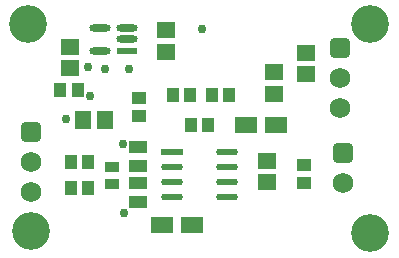
<source format=gts>
G04*
G04 #@! TF.GenerationSoftware,Altium Limited,Altium Designer,24.3.1 (35)*
G04*
G04 Layer_Color=8388736*
%FSLAX44Y44*%
%MOMM*%
G71*
G04*
G04 #@! TF.SameCoordinates,D9C964B4-26AD-435A-8A32-BF43BC4377D0*
G04*
G04*
G04 #@! TF.FilePolarity,Negative*
G04*
G01*
G75*
%ADD13R,1.5562X1.4546*%
%ADD14R,1.0046X1.2621*%
%ADD15R,1.4546X1.5562*%
G04:AMPARAMS|DCode=16|XSize=1.8741mm|YSize=0.5421mm|CornerRadius=0.2711mm|HoleSize=0mm|Usage=FLASHONLY|Rotation=0.000|XOffset=0mm|YOffset=0mm|HoleType=Round|Shape=RoundedRectangle|*
%AMROUNDEDRECTD16*
21,1,1.8741,0.0000,0,0,0.0*
21,1,1.3319,0.5421,0,0,0.0*
1,1,0.5421,0.6660,0.0000*
1,1,0.5421,-0.6660,0.0000*
1,1,0.5421,-0.6660,0.0000*
1,1,0.5421,0.6660,0.0000*
%
%ADD16ROUNDEDRECTD16*%
%ADD17R,1.8741X0.5421*%
G04:AMPARAMS|DCode=19|XSize=1.8052mm|YSize=0.6121mm|CornerRadius=0.3061mm|HoleSize=0mm|Usage=FLASHONLY|Rotation=180.000|XOffset=0mm|YOffset=0mm|HoleType=Round|Shape=RoundedRectangle|*
%AMROUNDEDRECTD19*
21,1,1.8052,0.0000,0,0,180.0*
21,1,1.1931,0.6121,0,0,180.0*
1,1,0.6121,-0.5966,0.0000*
1,1,0.6121,0.5966,0.0000*
1,1,0.6121,0.5966,0.0000*
1,1,0.6121,-0.5966,0.0000*
%
%ADD19ROUNDEDRECTD19*%
%ADD20R,1.8052X0.6121*%
%ADD21R,1.2621X0.9578*%
%ADD23R,1.2621X1.0046*%
%ADD24R,1.9500X1.4000*%
%ADD25R,1.5000X1.1000*%
G04:AMPARAMS|DCode=26|XSize=1.75mm|YSize=1.75mm|CornerRadius=0.475mm|HoleSize=0mm|Usage=FLASHONLY|Rotation=270.000|XOffset=0mm|YOffset=0mm|HoleType=Round|Shape=RoundedRectangle|*
%AMROUNDEDRECTD26*
21,1,1.7500,0.8000,0,0,270.0*
21,1,0.8000,1.7500,0,0,270.0*
1,1,0.9500,-0.4000,-0.4000*
1,1,0.9500,-0.4000,0.4000*
1,1,0.9500,0.4000,0.4000*
1,1,0.9500,0.4000,-0.4000*
%
%ADD26ROUNDEDRECTD26*%
%ADD27C,1.7500*%
%ADD28C,3.1980*%
%ADD29C,0.7500*%
D13*
X359410Y429628D02*
D03*
Y411112D02*
D03*
X532130Y389522D02*
D03*
Y408038D02*
D03*
X558800Y424548D02*
D03*
Y406032D02*
D03*
X440690Y425082D02*
D03*
Y443598D02*
D03*
X525780Y314592D02*
D03*
Y333108D02*
D03*
D14*
X365648Y392430D02*
D03*
X350632D02*
D03*
X478902Y388620D02*
D03*
X493918D02*
D03*
X461122Y363220D02*
D03*
X476138D02*
D03*
X445994Y388620D02*
D03*
X461010D02*
D03*
X359522Y331470D02*
D03*
X374538D02*
D03*
X359522Y309880D02*
D03*
X374538D02*
D03*
D15*
X370472Y367030D02*
D03*
X388988D02*
D03*
D16*
X491791Y340360D02*
D03*
Y327660D02*
D03*
Y314960D02*
D03*
Y302260D02*
D03*
X445469D02*
D03*
Y314960D02*
D03*
Y327660D02*
D03*
D17*
Y340360D02*
D03*
D19*
X384735Y426110D02*
D03*
Y445110D02*
D03*
X407745D02*
D03*
Y435610D02*
D03*
D20*
Y426110D02*
D03*
D21*
X394970Y313116D02*
D03*
Y327660D02*
D03*
D23*
X557530Y313914D02*
D03*
Y328930D02*
D03*
X417830Y385968D02*
D03*
Y370952D02*
D03*
D24*
X533700Y363220D02*
D03*
X507700D02*
D03*
X462580Y278130D02*
D03*
X436580D02*
D03*
D25*
X416560Y298070D02*
D03*
Y314070D02*
D03*
Y344550D02*
D03*
Y328550D02*
D03*
D26*
X588010Y427990D02*
D03*
X590550Y339090D02*
D03*
X326390Y356870D02*
D03*
D27*
X588010Y402590D02*
D03*
Y377190D02*
D03*
X590550Y313690D02*
D03*
X326390Y331470D02*
D03*
Y306070D02*
D03*
D28*
X323850Y448310D02*
D03*
X613410D02*
D03*
Y271780D02*
D03*
X326390Y273050D02*
D03*
D29*
X409356Y410210D02*
D03*
X388620D02*
D03*
X374180Y412477D02*
D03*
X375920Y387350D02*
D03*
X471170Y444500D02*
D03*
X403860Y346710D02*
D03*
X405130Y288290D02*
D03*
X355600Y368300D02*
D03*
M02*

</source>
